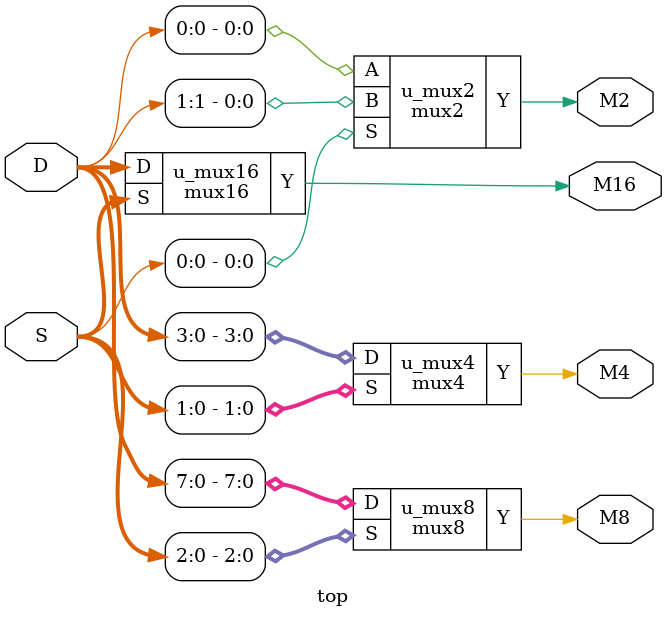
<source format=v>
module mux2 (S,A,B,Y);
    input S;
    input A,B;
    output reg Y;
`ifndef BUG

    always @(*)
		Y = (S)? B : A;
`else

    always @(*)
		Y = (~S)? B : A;
`endif
endmodule

module mux4 ( S, D, Y );

input[1:0] S;
input[3:0] D;
output Y;

reg Y;
wire[1:0] S;
wire[3:0] D;

always @*
begin
    case( S )
       0 : Y = D[0];
       1 : Y = D[1];
`ifndef BUG
       2 : Y = D[2];
`else
       2 : Y = D[3];
`endif
       3 : Y = D[3];
   endcase
end

endmodule

module mux8 ( S, D, Y );

input[2:0] S;
input[7:0] D;
output Y;

reg Y;
wire[2:0] S;
wire[7:0] D;

always @*
begin
   case( S )
       0 : Y = D[0];
       1 : Y = D[1];
       2 : Y = D[2];
       3 : Y = D[3];
`ifndef BUG
       4 : Y = D[4];
`else
       4 : Y = D[7];
`endif
       5 : Y = D[5];
       6 : Y = D[6];
       7 : Y = D[7];
   endcase
end

endmodule

module mux16 (D, S, Y);
 	input  [15:0] D;
 	input  [3:0] S;
 	output Y;

assign Y = D[S];

endmodule


module top (
input [3:0] S,
input [15:0] D,
output M2,M4,M8,M16
);

task automatic do_things;
  input [31:0] number_of_things;
  reg [31:0] tmp_thing;
endtask

mux2 u_mux2 (
        .S (S[0]),
        .A (D[0]),
        .B (D[1]),
        .Y (M2)
    );


mux4 u_mux4 (
        .S (S[1:0]),
        .D (D[3:0]),
        .Y (M4)
    );

mux8 u_mux8 (
        .S (S[2:0]),
        .D (D[7:0]),
        .Y (M8)
    );

mux16 u_mux16 (
        .S (S[3:0]),
        .D (D[15:0]),
        .Y (M16)
    );

endmodule

</source>
